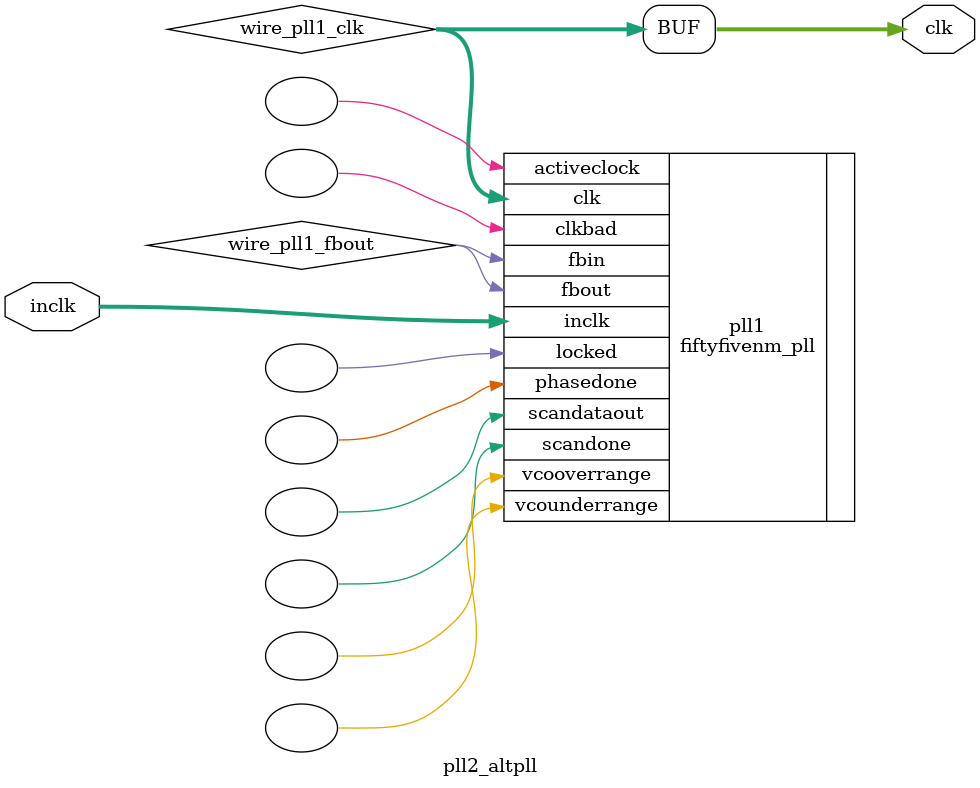
<source format=v>






//synthesis_resources = fiftyfivenm_pll 1 
//synopsys translate_off
`timescale 1 ps / 1 ps
//synopsys translate_on
module  pll2_altpll
	( 
	clk,
	inclk) /* synthesis synthesis_clearbox=1 */;
	output   [4:0]  clk;
	input   [1:0]  inclk;
`ifndef ALTERA_RESERVED_QIS
// synopsys translate_off
`endif
	tri0   [1:0]  inclk;
`ifndef ALTERA_RESERVED_QIS
// synopsys translate_on
`endif

	wire  [4:0]   wire_pll1_clk;
	wire  wire_pll1_fbout;

	fiftyfivenm_pll   pll1
	( 
	.activeclock(),
	.clk(wire_pll1_clk),
	.clkbad(),
	.fbin(wire_pll1_fbout),
	.fbout(wire_pll1_fbout),
	.inclk(inclk),
	.locked(),
	.phasedone(),
	.scandataout(),
	.scandone(),
	.vcooverrange(),
	.vcounderrange()
	`ifndef FORMAL_VERIFICATION
	// synopsys translate_off
	`endif
	,
	.areset(1'b0),
	.clkswitch(1'b0),
	.configupdate(1'b0),
	.pfdena(1'b1),
	.phasecounterselect({3{1'b0}}),
	.phasestep(1'b0),
	.phaseupdown(1'b0),
	.scanclk(1'b0),
	.scanclkena(1'b1),
	.scandata(1'b0)
	`ifndef FORMAL_VERIFICATION
	// synopsys translate_on
	`endif
	);
	defparam
		pll1.bandwidth_type = "auto",
		pll1.clk0_divide_by = 1,
		pll1.clk0_duty_cycle = 50,
		pll1.clk0_multiply_by = 1,
		pll1.clk0_phase_shift = "0",
		pll1.clk1_divide_by = 100,
		pll1.clk1_duty_cycle = 50,
		pll1.clk1_multiply_by = 1,
		pll1.clk1_phase_shift = "0",
		pll1.compensate_clock = "clk0",
		pll1.inclk0_input_frequency = 10000,
		pll1.operation_mode = "normal",
		pll1.pll_type = "auto",
		pll1.lpm_type = "fiftyfivenm_pll";
	assign
		clk = {wire_pll1_clk[4:0]};
endmodule //pll2_altpll
//VALID FILE

</source>
